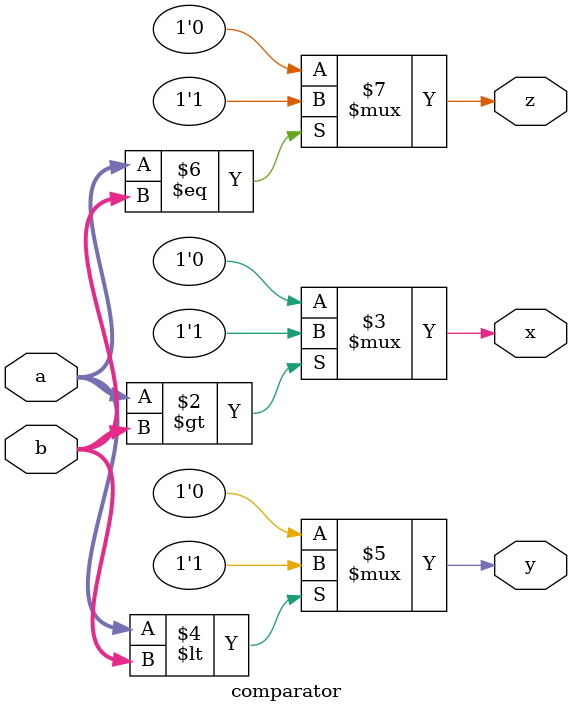
<source format=sv>
module comparator(a, b, x, y, z);
  input logic [3:0] a, b;
  output logic x, y, z;
  always @ (a, b) begin
    x = (a > b) ? 1'b1 : 1'b0;
    y = (a < b) ? 1'b1 : 1'b0;
    z = (a == b) ? 1'b1 : 1'b0;
  end
endmodule

</source>
